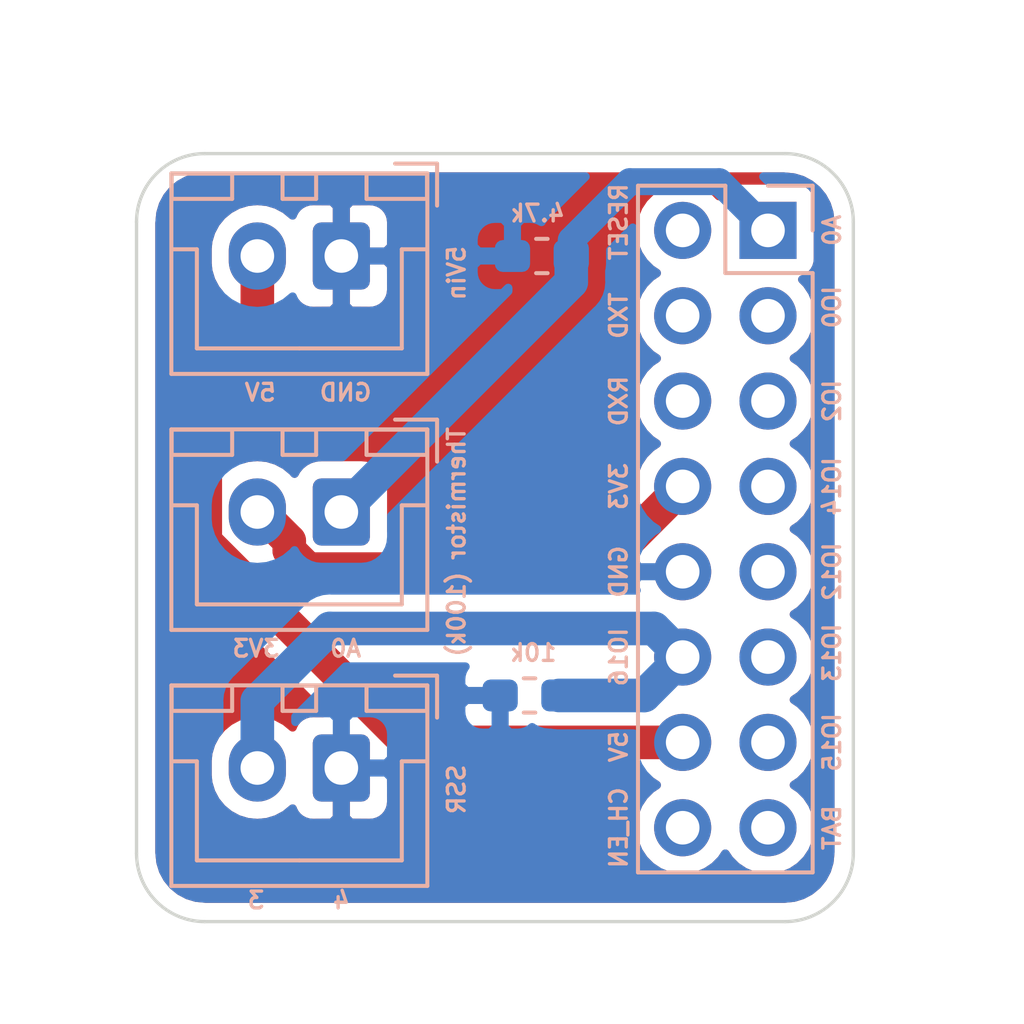
<source format=kicad_pcb>
(kicad_pcb (version 20171130) (host pcbnew "(5.1.9-0-10_14)")

  (general
    (thickness 1.6)
    (drawings 35)
    (tracks 23)
    (zones 0)
    (modules 6)
    (nets 17)
  )

  (page A4)
  (layers
    (0 F.Cu signal)
    (31 B.Cu signal)
    (32 B.Adhes user)
    (33 F.Adhes user)
    (34 B.Paste user)
    (35 F.Paste user)
    (36 B.SilkS user)
    (37 F.SilkS user)
    (38 B.Mask user)
    (39 F.Mask user)
    (40 Dwgs.User user)
    (41 Cmts.User user)
    (42 Eco1.User user)
    (43 Eco2.User user)
    (44 Edge.Cuts user)
    (45 Margin user)
    (46 B.CrtYd user)
    (47 F.CrtYd user)
    (48 B.Fab user)
    (49 F.Fab user)
  )

  (setup
    (last_trace_width 0.25)
    (user_trace_width 0.8)
    (user_trace_width 1)
    (trace_clearance 0.2)
    (zone_clearance 0.508)
    (zone_45_only no)
    (trace_min 0.2)
    (via_size 0.8)
    (via_drill 0.4)
    (via_min_size 0.4)
    (via_min_drill 0.3)
    (uvia_size 0.3)
    (uvia_drill 0.1)
    (uvias_allowed no)
    (uvia_min_size 0.2)
    (uvia_min_drill 0.1)
    (edge_width 0.05)
    (segment_width 0.2)
    (pcb_text_width 0.3)
    (pcb_text_size 1.5 1.5)
    (mod_edge_width 0.12)
    (mod_text_size 1 1)
    (mod_text_width 0.15)
    (pad_size 1.524 1.524)
    (pad_drill 0.762)
    (pad_to_mask_clearance 0)
    (aux_axis_origin 0 0)
    (visible_elements FFFFFF7F)
    (pcbplotparams
      (layerselection 0x010fc_ffffffff)
      (usegerberextensions false)
      (usegerberattributes true)
      (usegerberadvancedattributes true)
      (creategerberjobfile true)
      (excludeedgelayer true)
      (linewidth 0.100000)
      (plotframeref false)
      (viasonmask false)
      (mode 1)
      (useauxorigin false)
      (hpglpennumber 1)
      (hpglpenspeed 20)
      (hpglpendiameter 15.000000)
      (psnegative false)
      (psa4output false)
      (plotreference true)
      (plotvalue true)
      (plotinvisibletext false)
      (padsonsilk false)
      (subtractmaskfromsilk false)
      (outputformat 1)
      (mirror false)
      (drillshape 1)
      (scaleselection 1)
      (outputdirectory ""))
  )

  (net 0 "")
  (net 1 GND)
  (net 2 /IO16)
  (net 3 /A0)
  (net 4 +3V3)
  (net 5 +5V)
  (net 6 "Net-(J4-Pad15)")
  (net 7 "Net-(J4-Pad14)")
  (net 8 "Net-(J4-Pad9)")
  (net 9 "Net-(J4-Pad8)")
  (net 10 "Net-(J4-Pad3)")
  (net 11 "Net-(J4-Pad2)")
  (net 12 "Net-(J4-Pad16)")
  (net 13 "Net-(J4-Pad7)")
  (net 14 "Net-(J4-Pad6)")
  (net 15 "Net-(J4-Pad5)")
  (net 16 "Net-(J4-Pad4)")

  (net_class Default "This is the default net class."
    (clearance 0.2)
    (trace_width 0.25)
    (via_dia 0.8)
    (via_drill 0.4)
    (uvia_dia 0.3)
    (uvia_drill 0.1)
    (add_net +3V3)
    (add_net +5V)
    (add_net /A0)
    (add_net /IO16)
    (add_net GND)
    (add_net "Net-(J4-Pad14)")
    (add_net "Net-(J4-Pad15)")
    (add_net "Net-(J4-Pad16)")
    (add_net "Net-(J4-Pad2)")
    (add_net "Net-(J4-Pad3)")
    (add_net "Net-(J4-Pad4)")
    (add_net "Net-(J4-Pad5)")
    (add_net "Net-(J4-Pad6)")
    (add_net "Net-(J4-Pad7)")
    (add_net "Net-(J4-Pad8)")
    (add_net "Net-(J4-Pad9)")
  )

  (module Connector_PinHeader_2.54mm:PinHeader_2x08_P2.54mm_Vertical (layer B.Cu) (tedit 6044EF69) (tstamp 60455703)
    (at 119.38 65.278 180)
    (descr "Through hole straight pin header, 2x08, 2.54mm pitch, double rows")
    (tags "Through hole pin header THT 2x08 2.54mm double row")
    (path /604564EF)
    (fp_text reference J4 (at 1.27 2.33 180) (layer B.SilkS) hide
      (effects (font (size 1 1) (thickness 0.15)) (justify mirror))
    )
    (fp_text value "TTGO Weather Station" (at 1.27 -20.11 180) (layer B.Fab)
      (effects (font (size 1 1) (thickness 0.15)) (justify mirror))
    )
    (fp_line (start 4.35 1.8) (end -1.8 1.8) (layer B.CrtYd) (width 0.05))
    (fp_line (start 4.35 -19.55) (end 4.35 1.8) (layer B.CrtYd) (width 0.05))
    (fp_line (start -1.8 -19.55) (end 4.35 -19.55) (layer B.CrtYd) (width 0.05))
    (fp_line (start -1.8 1.8) (end -1.8 -19.55) (layer B.CrtYd) (width 0.05))
    (fp_line (start -1.33 1.33) (end 0 1.33) (layer B.SilkS) (width 0.12))
    (fp_line (start -1.33 0) (end -1.33 1.33) (layer B.SilkS) (width 0.12))
    (fp_line (start 1.27 1.33) (end 3.87 1.33) (layer B.SilkS) (width 0.12))
    (fp_line (start 1.27 -1.27) (end 1.27 1.33) (layer B.SilkS) (width 0.12))
    (fp_line (start -1.33 -1.27) (end 1.27 -1.27) (layer B.SilkS) (width 0.12))
    (fp_line (start 3.87 1.33) (end 3.87 -19.11) (layer B.SilkS) (width 0.12))
    (fp_line (start -1.33 -1.27) (end -1.33 -19.11) (layer B.SilkS) (width 0.12))
    (fp_line (start -1.33 -19.11) (end 3.87 -19.11) (layer B.SilkS) (width 0.12))
    (fp_line (start -1.27 0) (end 0 1.27) (layer B.Fab) (width 0.1))
    (fp_line (start -1.27 -19.05) (end -1.27 0) (layer B.Fab) (width 0.1))
    (fp_line (start 3.81 -19.05) (end -1.27 -19.05) (layer B.Fab) (width 0.1))
    (fp_line (start 3.81 1.27) (end 3.81 -19.05) (layer B.Fab) (width 0.1))
    (fp_line (start 0 1.27) (end 3.81 1.27) (layer B.Fab) (width 0.1))
    (fp_text user %R (at 1.27 -8.89 90) (layer B.Fab)
      (effects (font (size 1 1) (thickness 0.15)) (justify mirror))
    )
    (pad 9 thru_hole oval (at 2.54 -17.78 180) (size 1.7 1.7) (drill 1) (layers *.Cu *.Mask)
      (net 8 "Net-(J4-Pad9)"))
    (pad 8 thru_hole oval (at 0 -17.78 180) (size 1.7 1.7) (drill 1) (layers *.Cu *.Mask)
      (net 9 "Net-(J4-Pad8)"))
    (pad 10 thru_hole oval (at 2.54 -15.24 180) (size 1.7 1.7) (drill 1) (layers *.Cu *.Mask)
      (net 5 +5V))
    (pad 7 thru_hole oval (at 0 -15.24 180) (size 1.7 1.7) (drill 1) (layers *.Cu *.Mask)
      (net 13 "Net-(J4-Pad7)"))
    (pad 11 thru_hole oval (at 2.54 -12.7 180) (size 1.7 1.7) (drill 1) (layers *.Cu *.Mask)
      (net 2 /IO16))
    (pad 6 thru_hole oval (at 0 -12.7 180) (size 1.7 1.7) (drill 1) (layers *.Cu *.Mask)
      (net 14 "Net-(J4-Pad6)"))
    (pad 12 thru_hole oval (at 2.54 -10.16 180) (size 1.7 1.7) (drill 1) (layers *.Cu *.Mask)
      (net 1 GND))
    (pad 5 thru_hole oval (at 0 -10.16 180) (size 1.7 1.7) (drill 1) (layers *.Cu *.Mask)
      (net 15 "Net-(J4-Pad5)"))
    (pad 13 thru_hole oval (at 2.54 -7.62 180) (size 1.7 1.7) (drill 1) (layers *.Cu *.Mask)
      (net 4 +3V3))
    (pad 4 thru_hole oval (at 0 -7.62 180) (size 1.7 1.7) (drill 1) (layers *.Cu *.Mask)
      (net 16 "Net-(J4-Pad4)"))
    (pad 14 thru_hole oval (at 2.54 -5.08 180) (size 1.7 1.7) (drill 1) (layers *.Cu *.Mask)
      (net 7 "Net-(J4-Pad14)"))
    (pad 3 thru_hole oval (at 0 -5.08 180) (size 1.7 1.7) (drill 1) (layers *.Cu *.Mask)
      (net 10 "Net-(J4-Pad3)"))
    (pad 15 thru_hole oval (at 2.54 -2.54 180) (size 1.7 1.7) (drill 1) (layers *.Cu *.Mask)
      (net 6 "Net-(J4-Pad15)"))
    (pad 2 thru_hole oval (at 0 -2.54 180) (size 1.7 1.7) (drill 1) (layers *.Cu *.Mask)
      (net 11 "Net-(J4-Pad2)"))
    (pad 16 thru_hole oval (at 2.54 0 180) (size 1.7 1.7) (drill 1) (layers *.Cu *.Mask)
      (net 12 "Net-(J4-Pad16)"))
    (pad 1 thru_hole rect (at 0 0 180) (size 1.7 1.7) (drill 1) (layers *.Cu *.Mask)
      (net 3 /A0))
    (model ${KISYS3DMOD}/Connector_PinHeader_2.54mm.3dshapes/PinHeader_2x08_P2.54mm_Vertical.wrl
      (at (xyz 0 0 0))
      (scale (xyz 1 1 1))
      (rotate (xyz 0 0 0))
    )
  )

  (module Resistor_SMD:R_0603_1608Metric_Pad1.05x0.95mm_HandSolder (layer B.Cu) (tedit 5B301BBD) (tstamp 60455714)
    (at 112.649 66.04 180)
    (descr "Resistor SMD 0603 (1608 Metric), square (rectangular) end terminal, IPC_7351 nominal with elongated pad for handsoldering. (Body size source: http://www.tortai-tech.com/upload/download/2011102023233369053.pdf), generated with kicad-footprint-generator")
    (tags "resistor handsolder")
    (path /6044F9BE)
    (attr smd)
    (fp_text reference R1 (at -2.54 0.127 180) (layer B.SilkS) hide
      (effects (font (size 1 1) (thickness 0.15)) (justify mirror))
    )
    (fp_text value 4.7k (at 0 -1.43 180) (layer B.Fab)
      (effects (font (size 1 1) (thickness 0.15)) (justify mirror))
    )
    (fp_line (start 1.65 -0.73) (end -1.65 -0.73) (layer B.CrtYd) (width 0.05))
    (fp_line (start 1.65 0.73) (end 1.65 -0.73) (layer B.CrtYd) (width 0.05))
    (fp_line (start -1.65 0.73) (end 1.65 0.73) (layer B.CrtYd) (width 0.05))
    (fp_line (start -1.65 -0.73) (end -1.65 0.73) (layer B.CrtYd) (width 0.05))
    (fp_line (start -0.171267 -0.51) (end 0.171267 -0.51) (layer B.SilkS) (width 0.12))
    (fp_line (start -0.171267 0.51) (end 0.171267 0.51) (layer B.SilkS) (width 0.12))
    (fp_line (start 0.8 -0.4) (end -0.8 -0.4) (layer B.Fab) (width 0.1))
    (fp_line (start 0.8 0.4) (end 0.8 -0.4) (layer B.Fab) (width 0.1))
    (fp_line (start -0.8 0.4) (end 0.8 0.4) (layer B.Fab) (width 0.1))
    (fp_line (start -0.8 -0.4) (end -0.8 0.4) (layer B.Fab) (width 0.1))
    (fp_text user %R (at 0 0 -90) (layer B.Fab)
      (effects (font (size 0.4 0.4) (thickness 0.06)) (justify mirror))
    )
    (pad 2 smd roundrect (at 0.875 0 180) (size 1.05 0.95) (layers B.Cu B.Paste B.Mask) (roundrect_rratio 0.25)
      (net 1 GND))
    (pad 1 smd roundrect (at -0.875 0 180) (size 1.05 0.95) (layers B.Cu B.Paste B.Mask) (roundrect_rratio 0.25)
      (net 3 /A0))
    (model ${KISYS3DMOD}/Resistor_SMD.3dshapes/R_0603_1608Metric.wrl
      (at (xyz 0 0 0))
      (scale (xyz 1 1 1))
      (rotate (xyz 0 0 0))
    )
  )

  (module Connector_JST:JST_XH_B2B-XH-A_1x02_P2.50mm_Vertical (layer B.Cu) (tedit 5C28146C) (tstamp 604556DD)
    (at 106.68 66.04 180)
    (descr "JST XH series connector, B2B-XH-A (http://www.jst-mfg.com/product/pdf/eng/eXH.pdf), generated with kicad-footprint-generator")
    (tags "connector JST XH vertical")
    (path /60458873)
    (fp_text reference J3 (at 1.25 3.55) (layer B.SilkS) hide
      (effects (font (size 1 1) (thickness 0.15)) (justify mirror))
    )
    (fp_text value 5Vin (at 1.25 -4.6) (layer B.Fab)
      (effects (font (size 1 1) (thickness 0.15)) (justify mirror))
    )
    (fp_line (start -2.85 2.75) (end -2.85 1.5) (layer B.SilkS) (width 0.12))
    (fp_line (start -1.6 2.75) (end -2.85 2.75) (layer B.SilkS) (width 0.12))
    (fp_line (start 4.3 -2.75) (end 1.25 -2.75) (layer B.SilkS) (width 0.12))
    (fp_line (start 4.3 0.2) (end 4.3 -2.75) (layer B.SilkS) (width 0.12))
    (fp_line (start 5.05 0.2) (end 4.3 0.2) (layer B.SilkS) (width 0.12))
    (fp_line (start -1.8 -2.75) (end 1.25 -2.75) (layer B.SilkS) (width 0.12))
    (fp_line (start -1.8 0.2) (end -1.8 -2.75) (layer B.SilkS) (width 0.12))
    (fp_line (start -2.55 0.2) (end -1.8 0.2) (layer B.SilkS) (width 0.12))
    (fp_line (start 5.05 2.45) (end 3.25 2.45) (layer B.SilkS) (width 0.12))
    (fp_line (start 5.05 1.7) (end 5.05 2.45) (layer B.SilkS) (width 0.12))
    (fp_line (start 3.25 1.7) (end 5.05 1.7) (layer B.SilkS) (width 0.12))
    (fp_line (start 3.25 2.45) (end 3.25 1.7) (layer B.SilkS) (width 0.12))
    (fp_line (start -0.75 2.45) (end -2.55 2.45) (layer B.SilkS) (width 0.12))
    (fp_line (start -0.75 1.7) (end -0.75 2.45) (layer B.SilkS) (width 0.12))
    (fp_line (start -2.55 1.7) (end -0.75 1.7) (layer B.SilkS) (width 0.12))
    (fp_line (start -2.55 2.45) (end -2.55 1.7) (layer B.SilkS) (width 0.12))
    (fp_line (start 1.75 2.45) (end 0.75 2.45) (layer B.SilkS) (width 0.12))
    (fp_line (start 1.75 1.7) (end 1.75 2.45) (layer B.SilkS) (width 0.12))
    (fp_line (start 0.75 1.7) (end 1.75 1.7) (layer B.SilkS) (width 0.12))
    (fp_line (start 0.75 2.45) (end 0.75 1.7) (layer B.SilkS) (width 0.12))
    (fp_line (start 0 1.35) (end 0.625 2.35) (layer B.Fab) (width 0.1))
    (fp_line (start -0.625 2.35) (end 0 1.35) (layer B.Fab) (width 0.1))
    (fp_line (start 5.45 2.85) (end -2.95 2.85) (layer B.CrtYd) (width 0.05))
    (fp_line (start 5.45 -3.9) (end 5.45 2.85) (layer B.CrtYd) (width 0.05))
    (fp_line (start -2.95 -3.9) (end 5.45 -3.9) (layer B.CrtYd) (width 0.05))
    (fp_line (start -2.95 2.85) (end -2.95 -3.9) (layer B.CrtYd) (width 0.05))
    (fp_line (start 5.06 2.46) (end -2.56 2.46) (layer B.SilkS) (width 0.12))
    (fp_line (start 5.06 -3.51) (end 5.06 2.46) (layer B.SilkS) (width 0.12))
    (fp_line (start -2.56 -3.51) (end 5.06 -3.51) (layer B.SilkS) (width 0.12))
    (fp_line (start -2.56 2.46) (end -2.56 -3.51) (layer B.SilkS) (width 0.12))
    (fp_line (start 4.95 2.35) (end -2.45 2.35) (layer B.Fab) (width 0.1))
    (fp_line (start 4.95 -3.4) (end 4.95 2.35) (layer B.Fab) (width 0.1))
    (fp_line (start -2.45 -3.4) (end 4.95 -3.4) (layer B.Fab) (width 0.1))
    (fp_line (start -2.45 2.35) (end -2.45 -3.4) (layer B.Fab) (width 0.1))
    (fp_text user %R (at 1.25 -2.7) (layer B.Fab)
      (effects (font (size 1 1) (thickness 0.15)) (justify mirror))
    )
    (pad 2 thru_hole oval (at 2.5 0 180) (size 1.7 2) (drill 1) (layers *.Cu *.Mask)
      (net 5 +5V))
    (pad 1 thru_hole roundrect (at 0 0 180) (size 1.7 2) (drill 1) (layers *.Cu *.Mask) (roundrect_rratio 0.147059)
      (net 1 GND))
    (model ${KISYS3DMOD}/Connector_JST.3dshapes/JST_XH_B2B-XH-A_1x02_P2.50mm_Vertical.wrl
      (at (xyz 0 0 0))
      (scale (xyz 1 1 1))
      (rotate (xyz 0 0 0))
    )
  )

  (module Connector_JST:JST_XH_B2B-XH-A_1x02_P2.50mm_Vertical (layer B.Cu) (tedit 5C28146C) (tstamp 604556B4)
    (at 106.68 81.28 180)
    (descr "JST XH series connector, B2B-XH-A (http://www.jst-mfg.com/product/pdf/eng/eXH.pdf), generated with kicad-footprint-generator")
    (tags "connector JST XH vertical")
    (path /60452889)
    (fp_text reference J2 (at 1.25 3.55) (layer B.SilkS) hide
      (effects (font (size 1 1) (thickness 0.15)) (justify mirror))
    )
    (fp_text value SSR (at 1.25 -4.6) (layer B.Fab)
      (effects (font (size 1 1) (thickness 0.15)) (justify mirror))
    )
    (fp_line (start -2.85 2.75) (end -2.85 1.5) (layer B.SilkS) (width 0.12))
    (fp_line (start -1.6 2.75) (end -2.85 2.75) (layer B.SilkS) (width 0.12))
    (fp_line (start 4.3 -2.75) (end 1.25 -2.75) (layer B.SilkS) (width 0.12))
    (fp_line (start 4.3 0.2) (end 4.3 -2.75) (layer B.SilkS) (width 0.12))
    (fp_line (start 5.05 0.2) (end 4.3 0.2) (layer B.SilkS) (width 0.12))
    (fp_line (start -1.8 -2.75) (end 1.25 -2.75) (layer B.SilkS) (width 0.12))
    (fp_line (start -1.8 0.2) (end -1.8 -2.75) (layer B.SilkS) (width 0.12))
    (fp_line (start -2.55 0.2) (end -1.8 0.2) (layer B.SilkS) (width 0.12))
    (fp_line (start 5.05 2.45) (end 3.25 2.45) (layer B.SilkS) (width 0.12))
    (fp_line (start 5.05 1.7) (end 5.05 2.45) (layer B.SilkS) (width 0.12))
    (fp_line (start 3.25 1.7) (end 5.05 1.7) (layer B.SilkS) (width 0.12))
    (fp_line (start 3.25 2.45) (end 3.25 1.7) (layer B.SilkS) (width 0.12))
    (fp_line (start -0.75 2.45) (end -2.55 2.45) (layer B.SilkS) (width 0.12))
    (fp_line (start -0.75 1.7) (end -0.75 2.45) (layer B.SilkS) (width 0.12))
    (fp_line (start -2.55 1.7) (end -0.75 1.7) (layer B.SilkS) (width 0.12))
    (fp_line (start -2.55 2.45) (end -2.55 1.7) (layer B.SilkS) (width 0.12))
    (fp_line (start 1.75 2.45) (end 0.75 2.45) (layer B.SilkS) (width 0.12))
    (fp_line (start 1.75 1.7) (end 1.75 2.45) (layer B.SilkS) (width 0.12))
    (fp_line (start 0.75 1.7) (end 1.75 1.7) (layer B.SilkS) (width 0.12))
    (fp_line (start 0.75 2.45) (end 0.75 1.7) (layer B.SilkS) (width 0.12))
    (fp_line (start 0 1.35) (end 0.625 2.35) (layer B.Fab) (width 0.1))
    (fp_line (start -0.625 2.35) (end 0 1.35) (layer B.Fab) (width 0.1))
    (fp_line (start 5.45 2.85) (end -2.95 2.85) (layer B.CrtYd) (width 0.05))
    (fp_line (start 5.45 -3.9) (end 5.45 2.85) (layer B.CrtYd) (width 0.05))
    (fp_line (start -2.95 -3.9) (end 5.45 -3.9) (layer B.CrtYd) (width 0.05))
    (fp_line (start -2.95 2.85) (end -2.95 -3.9) (layer B.CrtYd) (width 0.05))
    (fp_line (start 5.06 2.46) (end -2.56 2.46) (layer B.SilkS) (width 0.12))
    (fp_line (start 5.06 -3.51) (end 5.06 2.46) (layer B.SilkS) (width 0.12))
    (fp_line (start -2.56 -3.51) (end 5.06 -3.51) (layer B.SilkS) (width 0.12))
    (fp_line (start -2.56 2.46) (end -2.56 -3.51) (layer B.SilkS) (width 0.12))
    (fp_line (start 4.95 2.35) (end -2.45 2.35) (layer B.Fab) (width 0.1))
    (fp_line (start 4.95 -3.4) (end 4.95 2.35) (layer B.Fab) (width 0.1))
    (fp_line (start -2.45 -3.4) (end 4.95 -3.4) (layer B.Fab) (width 0.1))
    (fp_line (start -2.45 2.35) (end -2.45 -3.4) (layer B.Fab) (width 0.1))
    (fp_text user %R (at 1.25 -2.7) (layer B.Fab)
      (effects (font (size 1 1) (thickness 0.15)) (justify mirror))
    )
    (pad 2 thru_hole oval (at 2.5 0 180) (size 1.7 2) (drill 1) (layers *.Cu *.Mask)
      (net 2 /IO16))
    (pad 1 thru_hole roundrect (at 0 0 180) (size 1.7 2) (drill 1) (layers *.Cu *.Mask) (roundrect_rratio 0.147059)
      (net 1 GND))
    (model ${KISYS3DMOD}/Connector_JST.3dshapes/JST_XH_B2B-XH-A_1x02_P2.50mm_Vertical.wrl
      (at (xyz 0 0 0))
      (scale (xyz 1 1 1))
      (rotate (xyz 0 0 0))
    )
  )

  (module Connector_JST:JST_XH_B2B-XH-A_1x02_P2.50mm_Vertical (layer B.Cu) (tedit 5C28146C) (tstamp 6045568B)
    (at 106.68 73.66 180)
    (descr "JST XH series connector, B2B-XH-A (http://www.jst-mfg.com/product/pdf/eng/eXH.pdf), generated with kicad-footprint-generator")
    (tags "connector JST XH vertical")
    (path /6045B37C)
    (fp_text reference J1 (at 1.25 3.55) (layer B.SilkS) hide
      (effects (font (size 1 1) (thickness 0.15)) (justify mirror))
    )
    (fp_text value Therm. (at 1.25 -4.6) (layer B.Fab)
      (effects (font (size 1 1) (thickness 0.15)) (justify mirror))
    )
    (fp_line (start -2.85 2.75) (end -2.85 1.5) (layer B.SilkS) (width 0.12))
    (fp_line (start -1.6 2.75) (end -2.85 2.75) (layer B.SilkS) (width 0.12))
    (fp_line (start 4.3 -2.75) (end 1.25 -2.75) (layer B.SilkS) (width 0.12))
    (fp_line (start 4.3 0.2) (end 4.3 -2.75) (layer B.SilkS) (width 0.12))
    (fp_line (start 5.05 0.2) (end 4.3 0.2) (layer B.SilkS) (width 0.12))
    (fp_line (start -1.8 -2.75) (end 1.25 -2.75) (layer B.SilkS) (width 0.12))
    (fp_line (start -1.8 0.2) (end -1.8 -2.75) (layer B.SilkS) (width 0.12))
    (fp_line (start -2.55 0.2) (end -1.8 0.2) (layer B.SilkS) (width 0.12))
    (fp_line (start 5.05 2.45) (end 3.25 2.45) (layer B.SilkS) (width 0.12))
    (fp_line (start 5.05 1.7) (end 5.05 2.45) (layer B.SilkS) (width 0.12))
    (fp_line (start 3.25 1.7) (end 5.05 1.7) (layer B.SilkS) (width 0.12))
    (fp_line (start 3.25 2.45) (end 3.25 1.7) (layer B.SilkS) (width 0.12))
    (fp_line (start -0.75 2.45) (end -2.55 2.45) (layer B.SilkS) (width 0.12))
    (fp_line (start -0.75 1.7) (end -0.75 2.45) (layer B.SilkS) (width 0.12))
    (fp_line (start -2.55 1.7) (end -0.75 1.7) (layer B.SilkS) (width 0.12))
    (fp_line (start -2.55 2.45) (end -2.55 1.7) (layer B.SilkS) (width 0.12))
    (fp_line (start 1.75 2.45) (end 0.75 2.45) (layer B.SilkS) (width 0.12))
    (fp_line (start 1.75 1.7) (end 1.75 2.45) (layer B.SilkS) (width 0.12))
    (fp_line (start 0.75 1.7) (end 1.75 1.7) (layer B.SilkS) (width 0.12))
    (fp_line (start 0.75 2.45) (end 0.75 1.7) (layer B.SilkS) (width 0.12))
    (fp_line (start 0 1.35) (end 0.625 2.35) (layer B.Fab) (width 0.1))
    (fp_line (start -0.625 2.35) (end 0 1.35) (layer B.Fab) (width 0.1))
    (fp_line (start 5.45 2.85) (end -2.95 2.85) (layer B.CrtYd) (width 0.05))
    (fp_line (start 5.45 -3.9) (end 5.45 2.85) (layer B.CrtYd) (width 0.05))
    (fp_line (start -2.95 -3.9) (end 5.45 -3.9) (layer B.CrtYd) (width 0.05))
    (fp_line (start -2.95 2.85) (end -2.95 -3.9) (layer B.CrtYd) (width 0.05))
    (fp_line (start 5.06 2.46) (end -2.56 2.46) (layer B.SilkS) (width 0.12))
    (fp_line (start 5.06 -3.51) (end 5.06 2.46) (layer B.SilkS) (width 0.12))
    (fp_line (start -2.56 -3.51) (end 5.06 -3.51) (layer B.SilkS) (width 0.12))
    (fp_line (start -2.56 2.46) (end -2.56 -3.51) (layer B.SilkS) (width 0.12))
    (fp_line (start 4.95 2.35) (end -2.45 2.35) (layer B.Fab) (width 0.1))
    (fp_line (start 4.95 -3.4) (end 4.95 2.35) (layer B.Fab) (width 0.1))
    (fp_line (start -2.45 -3.4) (end 4.95 -3.4) (layer B.Fab) (width 0.1))
    (fp_line (start -2.45 2.35) (end -2.45 -3.4) (layer B.Fab) (width 0.1))
    (fp_text user %R (at 1.25 -2.7) (layer B.Fab)
      (effects (font (size 1 1) (thickness 0.15)) (justify mirror))
    )
    (pad 2 thru_hole oval (at 2.5 0 180) (size 1.7 2) (drill 1) (layers *.Cu *.Mask)
      (net 4 +3V3))
    (pad 1 thru_hole roundrect (at 0 0 180) (size 1.7 2) (drill 1) (layers *.Cu *.Mask) (roundrect_rratio 0.147059)
      (net 3 /A0))
    (model ${KISYS3DMOD}/Connector_JST.3dshapes/JST_XH_B2B-XH-A_1x02_P2.50mm_Vertical.wrl
      (at (xyz 0 0 0))
      (scale (xyz 1 1 1))
      (rotate (xyz 0 0 0))
    )
  )

  (module Resistor_SMD:R_0603_1608Metric_Pad1.05x0.95mm_HandSolder (layer B.Cu) (tedit 5B301BBD) (tstamp 60455662)
    (at 112.282 79.121 180)
    (descr "Resistor SMD 0603 (1608 Metric), square (rectangular) end terminal, IPC_7351 nominal with elongated pad for handsoldering. (Body size source: http://www.tortai-tech.com/upload/download/2011102023233369053.pdf), generated with kicad-footprint-generator")
    (tags "resistor handsolder")
    (path /6045444F)
    (attr smd)
    (fp_text reference R2 (at -2.54 0 180) (layer B.SilkS) hide
      (effects (font (size 1 1) (thickness 0.15)) (justify mirror))
    )
    (fp_text value 10k (at 0 -1.43 180) (layer B.Fab)
      (effects (font (size 1 1) (thickness 0.15)) (justify mirror))
    )
    (fp_line (start 1.65 -0.73) (end -1.65 -0.73) (layer B.CrtYd) (width 0.05))
    (fp_line (start 1.65 0.73) (end 1.65 -0.73) (layer B.CrtYd) (width 0.05))
    (fp_line (start -1.65 0.73) (end 1.65 0.73) (layer B.CrtYd) (width 0.05))
    (fp_line (start -1.65 -0.73) (end -1.65 0.73) (layer B.CrtYd) (width 0.05))
    (fp_line (start -0.171267 -0.51) (end 0.171267 -0.51) (layer B.SilkS) (width 0.12))
    (fp_line (start -0.171267 0.51) (end 0.171267 0.51) (layer B.SilkS) (width 0.12))
    (fp_line (start 0.8 -0.4) (end -0.8 -0.4) (layer B.Fab) (width 0.1))
    (fp_line (start 0.8 0.4) (end 0.8 -0.4) (layer B.Fab) (width 0.1))
    (fp_line (start -0.8 0.4) (end 0.8 0.4) (layer B.Fab) (width 0.1))
    (fp_line (start -0.8 -0.4) (end -0.8 0.4) (layer B.Fab) (width 0.1))
    (fp_text user %R (at 0 0 180) (layer B.Fab)
      (effects (font (size 0.4 0.4) (thickness 0.06)) (justify mirror))
    )
    (pad 2 smd roundrect (at 0.875 0 180) (size 1.05 0.95) (layers B.Cu B.Paste B.Mask) (roundrect_rratio 0.25)
      (net 1 GND))
    (pad 1 smd roundrect (at -0.875 0 180) (size 1.05 0.95) (layers B.Cu B.Paste B.Mask) (roundrect_rratio 0.25)
      (net 2 /IO16))
    (model ${KISYS3DMOD}/Resistor_SMD.3dshapes/R_0603_1608Metric.wrl
      (at (xyz 0 0 0))
      (scale (xyz 1 1 1))
      (rotate (xyz 0 0 0))
    )
  )

  (gr_text 3V3 (at 104.14 77.724) (layer B.SilkS) (tstamp 6044F73F)
    (effects (font (size 0.5 0.5) (thickness 0.1)) (justify mirror))
  )
  (gr_text A0 (at 106.807 77.724) (layer B.SilkS) (tstamp 6044F739)
    (effects (font (size 0.5 0.5) (thickness 0.1)) (justify mirror))
  )
  (gr_text SSR (at 110.109 81.915 90) (layer B.SilkS) (tstamp 6044F6CD)
    (effects (font (size 0.5 0.5) (thickness 0.1)) (justify mirror))
  )
  (gr_text "Thermistor (100k)" (at 110.109 74.549 90) (layer B.SilkS) (tstamp 6044F6BC)
    (effects (font (size 0.5 0.5) (thickness 0.1)) (justify mirror))
  )
  (gr_text 5Vin (at 110.109 66.548 90) (layer B.SilkS) (tstamp 6044F6B5)
    (effects (font (size 0.5 0.5) (thickness 0.1)) (justify mirror))
  )
  (gr_text 10k (at 112.395 77.851) (layer B.SilkS) (tstamp 604585EE)
    (effects (font (size 0.5 0.5) (thickness 0.1)) (justify mirror))
  )
  (gr_text 4.7k (at 112.522 64.77) (layer B.SilkS) (tstamp 604585D8)
    (effects (font (size 0.5 0.5) (thickness 0.1)) (justify mirror))
  )
  (gr_text 5V (at 104.267 70.104) (layer B.SilkS) (tstamp 60457D69)
    (effects (font (size 0.5 0.5) (thickness 0.1)) (justify mirror))
  )
  (gr_text 3 (at 104.14 85.217) (layer B.SilkS) (tstamp 60457D0B)
    (effects (font (size 0.5 0.5) (thickness 0.1)) (justify mirror))
  )
  (gr_text 4 (at 106.68 85.217) (layer B.SilkS) (tstamp 60457D09)
    (effects (font (size 0.5 0.5) (thickness 0.1)) (justify mirror))
  )
  (gr_text GND (at 106.807 70.104) (layer B.SilkS) (tstamp 60457D05)
    (effects (font (size 0.5 0.5) (thickness 0.1)) (justify mirror))
  )
  (gr_text BAT (at 121.285 83.058 90) (layer B.SilkS) (tstamp 60457C97)
    (effects (font (size 0.5 0.5) (thickness 0.1)) (justify mirror))
  )
  (gr_text IO15 (at 121.285 80.518 90) (layer B.SilkS) (tstamp 60457C80)
    (effects (font (size 0.5 0.5) (thickness 0.1)) (justify mirror))
  )
  (gr_text IO13 (at 121.285 77.851 90) (layer B.SilkS) (tstamp 60457C7D)
    (effects (font (size 0.5 0.5) (thickness 0.1)) (justify mirror))
  )
  (gr_text IO12 (at 121.285 75.438 90) (layer B.SilkS) (tstamp 60457C7A)
    (effects (font (size 0.5 0.5) (thickness 0.1)) (justify mirror))
  )
  (gr_text IO14 (at 121.285 72.898 90) (layer B.SilkS) (tstamp 60457C75)
    (effects (font (size 0.5 0.5) (thickness 0.1)) (justify mirror))
  )
  (gr_text IO2 (at 121.285 70.358 90) (layer B.SilkS) (tstamp 60457C71)
    (effects (font (size 0.5 0.5) (thickness 0.1)) (justify mirror))
  )
  (gr_text IO0 (at 121.285 67.564 90) (layer B.SilkS) (tstamp 60457C6E)
    (effects (font (size 0.5 0.5) (thickness 0.1)) (justify mirror))
  )
  (gr_text CH_EN (at 114.935 83.058 90) (layer B.SilkS) (tstamp 60457C08)
    (effects (font (size 0.5 0.5) (thickness 0.1)) (justify mirror))
  )
  (gr_text RXD (at 114.935 70.358 90) (layer B.SilkS) (tstamp 60457C04)
    (effects (font (size 0.5 0.5) (thickness 0.1)) (justify mirror))
  )
  (gr_text TXD (at 114.935 67.818 90) (layer B.SilkS) (tstamp 60457C01)
    (effects (font (size 0.5 0.5) (thickness 0.1)) (justify mirror))
  )
  (gr_text RESET (at 114.935 65.024 90) (layer B.SilkS) (tstamp 60457BFE)
    (effects (font (size 0.5 0.5) (thickness 0.1)) (justify mirror))
  )
  (gr_text 5V (at 114.935 80.645 90) (layer B.SilkS) (tstamp 60457BF5)
    (effects (font (size 0.5 0.5) (thickness 0.1)) (justify mirror))
  )
  (gr_text 3V3 (at 114.935 72.898 90) (layer B.SilkS) (tstamp 60457BF1)
    (effects (font (size 0.5 0.5) (thickness 0.1)) (justify mirror))
  )
  (gr_text GND (at 114.935 75.438 90) (layer B.SilkS) (tstamp 60457BEE)
    (effects (font (size 0.5 0.5) (thickness 0.1)) (justify mirror))
  )
  (gr_text IO16 (at 114.935 77.978 90) (layer B.SilkS) (tstamp 60457BEA)
    (effects (font (size 0.5 0.5) (thickness 0.1)) (justify mirror))
  )
  (gr_text A0 (at 121.285 65.278 90) (layer B.SilkS)
    (effects (font (size 0.5 0.5) (thickness 0.1)) (justify mirror))
  )
  (gr_line (start 100.584 65.024) (end 100.584 83.82) (layer Edge.Cuts) (width 0.1) (tstamp 60456CBD))
  (gr_line (start 119.888 85.852) (end 102.616 85.852) (layer Edge.Cuts) (width 0.1) (tstamp 60456CBB))
  (gr_arc (start 102.616 83.82) (end 100.584 83.82) (angle -90) (layer Edge.Cuts) (width 0.1))
  (gr_line (start 119.888 62.992) (end 102.616 62.992) (layer Edge.Cuts) (width 0.1))
  (gr_line (start 121.92 83.82) (end 121.92 65.024) (layer Edge.Cuts) (width 0.1) (tstamp 60456C95))
  (gr_arc (start 119.888 83.82) (end 119.888 85.852) (angle -90) (layer Edge.Cuts) (width 0.1))
  (gr_arc (start 102.616 65.024) (end 102.616 62.992) (angle -90) (layer Edge.Cuts) (width 0.1))
  (gr_arc (start 119.888 65.024) (end 121.92 65.024) (angle -90) (layer Edge.Cuts) (width 0.1))

  (segment (start 115.697 79.121) (end 116.84 77.978) (width 1) (layer B.Cu) (net 2))
  (segment (start 113.157 79.121) (end 115.697 79.121) (width 1) (layer B.Cu) (net 2))
  (segment (start 104.18 79.28) (end 104.18 81.28) (width 1) (layer B.Cu) (net 2))
  (segment (start 115.990001 77.128001) (end 106.331999 77.128001) (width 1) (layer B.Cu) (net 2))
  (segment (start 106.331999 77.128001) (end 104.18 79.28) (width 1) (layer B.Cu) (net 2))
  (segment (start 116.84 77.978) (end 115.990001 77.128001) (width 1) (layer B.Cu) (net 2))
  (segment (start 113.524 66.816) (end 113.524 66.04) (width 1) (layer B.Cu) (net 3))
  (segment (start 106.68 73.66) (end 113.524 66.816) (width 1) (layer B.Cu) (net 3))
  (segment (start 117.929999 63.827999) (end 119.38 65.278) (width 0.8) (layer B.Cu) (net 3))
  (segment (start 115.261001 63.827999) (end 117.929999 63.827999) (width 0.8) (layer B.Cu) (net 3))
  (segment (start 113.524 65.565) (end 115.261001 63.827999) (width 0.8) (layer B.Cu) (net 3))
  (segment (start 113.524 66.04) (end 113.524 65.565) (width 0.8) (layer B.Cu) (net 3))
  (segment (start 104.267 73.66) (end 105.12999 74.52299) (width 1) (layer F.Cu) (net 4))
  (segment (start 104.18 73.66) (end 104.267 73.66) (width 1) (layer F.Cu) (net 4))
  (segment (start 105.12999 74.80351) (end 105.68649 75.36001) (width 1) (layer F.Cu) (net 4))
  (segment (start 114.37799 75.36001) (end 116.84 72.898) (width 1) (layer F.Cu) (net 4))
  (segment (start 105.68649 75.36001) (end 114.37799 75.36001) (width 1) (layer F.Cu) (net 4))
  (segment (start 105.12999 74.52299) (end 105.12999 74.80351) (width 1) (layer F.Cu) (net 4))
  (segment (start 108.61152 80.518) (end 116.84 80.518) (width 1) (layer F.Cu) (net 5))
  (segment (start 102.62999 74.53647) (end 108.61152 80.518) (width 1) (layer F.Cu) (net 5))
  (segment (start 102.62999 69.59001) (end 102.62999 74.53647) (width 1) (layer F.Cu) (net 5))
  (segment (start 104.18 68.04) (end 102.62999 69.59001) (width 1) (layer F.Cu) (net 5))
  (segment (start 104.18 66.04) (end 104.18 68.04) (width 1) (layer F.Cu) (net 5))

  (zone (net 1) (net_name GND) (layer F.Cu) (tstamp 6045813A) (hatch edge 0.508)
    (connect_pads (clearance 0.508))
    (min_thickness 0.254)
    (fill yes (arc_segments 32) (thermal_gap 0.508) (thermal_bridge_width 0.508))
    (polygon
      (pts
        (xy 124.46 88.9) (xy 99.06 88.9) (xy 99.06 60.96) (xy 124.46 60.96)
      )
    )
    (filled_polygon
      (pts
        (xy 120.148997 63.705876) (xy 120.40005 63.781673) (xy 120.631602 63.904792) (xy 120.834827 64.070538) (xy 121.00199 64.272604)
        (xy 121.126721 64.50329) (xy 121.20427 64.753808) (xy 121.235001 65.046202) (xy 121.235 83.786496) (xy 121.206124 84.080997)
        (xy 121.130327 84.33205) (xy 121.007209 84.563601) (xy 120.84146 84.766829) (xy 120.639396 84.93399) (xy 120.408711 85.058721)
        (xy 120.158193 85.136269) (xy 119.865808 85.167) (xy 102.649504 85.167) (xy 102.355003 85.138124) (xy 102.10395 85.062327)
        (xy 101.872399 84.939209) (xy 101.669171 84.77346) (xy 101.50201 84.571396) (xy 101.377279 84.340711) (xy 101.299731 84.090193)
        (xy 101.269 83.797808) (xy 101.269 69.59001) (xy 101.489499 69.59001) (xy 101.49499 69.645762) (xy 101.494991 74.480709)
        (xy 101.489499 74.53647) (xy 101.511413 74.758968) (xy 101.576314 74.972916) (xy 101.604693 75.026009) (xy 101.681707 75.170093)
        (xy 101.823542 75.342919) (xy 101.86685 75.378461) (xy 106.13196 79.643572) (xy 105.83 79.641928) (xy 105.705518 79.654188)
        (xy 105.58582 79.690498) (xy 105.475506 79.749463) (xy 105.378815 79.828815) (xy 105.299463 79.925506) (xy 105.240498 80.03582)
        (xy 105.229945 80.070608) (xy 105.009014 79.889294) (xy 104.751034 79.751401) (xy 104.471111 79.666487) (xy 104.18 79.637815)
        (xy 103.88889 79.666487) (xy 103.608967 79.751401) (xy 103.350987 79.889294) (xy 103.124866 80.074866) (xy 102.939294 80.300986)
        (xy 102.801401 80.558966) (xy 102.716487 80.838889) (xy 102.695 81.05705) (xy 102.695 81.502949) (xy 102.716487 81.72111)
        (xy 102.801401 82.001033) (xy 102.939294 82.259013) (xy 103.124866 82.485134) (xy 103.350986 82.670706) (xy 103.608966 82.808599)
        (xy 103.888889 82.893513) (xy 104.18 82.922185) (xy 104.47111 82.893513) (xy 104.751033 82.808599) (xy 105.009013 82.670706)
        (xy 105.229945 82.489392) (xy 105.240498 82.52418) (xy 105.299463 82.634494) (xy 105.378815 82.731185) (xy 105.475506 82.810537)
        (xy 105.58582 82.869502) (xy 105.705518 82.905812) (xy 105.83 82.918072) (xy 106.39425 82.915) (xy 106.553 82.75625)
        (xy 106.553 81.407) (xy 106.533 81.407) (xy 106.533 81.153) (xy 106.553 81.153) (xy 106.553 81.133)
        (xy 106.807 81.133) (xy 106.807 81.153) (xy 106.827 81.153) (xy 106.827 81.407) (xy 106.807 81.407)
        (xy 106.807 82.75625) (xy 106.96575 82.915) (xy 107.53 82.918072) (xy 107.654482 82.905812) (xy 107.77418 82.869502)
        (xy 107.884494 82.810537) (xy 107.981185 82.731185) (xy 108.060537 82.634494) (xy 108.119502 82.52418) (xy 108.155812 82.404482)
        (xy 108.168072 82.28) (xy 108.165002 81.566293) (xy 108.175073 81.571676) (xy 108.389021 81.636577) (xy 108.61152 81.658491)
        (xy 108.667272 81.653) (xy 115.874893 81.653) (xy 115.893368 81.671475) (xy 116.06776 81.788) (xy 115.893368 81.904525)
        (xy 115.686525 82.111368) (xy 115.52401 82.354589) (xy 115.412068 82.624842) (xy 115.355 82.91174) (xy 115.355 83.20426)
        (xy 115.412068 83.491158) (xy 115.52401 83.761411) (xy 115.686525 84.004632) (xy 115.893368 84.211475) (xy 116.136589 84.37399)
        (xy 116.406842 84.485932) (xy 116.69374 84.543) (xy 116.98626 84.543) (xy 117.273158 84.485932) (xy 117.543411 84.37399)
        (xy 117.786632 84.211475) (xy 117.993475 84.004632) (xy 118.11 83.83024) (xy 118.226525 84.004632) (xy 118.433368 84.211475)
        (xy 118.676589 84.37399) (xy 118.946842 84.485932) (xy 119.23374 84.543) (xy 119.52626 84.543) (xy 119.813158 84.485932)
        (xy 120.083411 84.37399) (xy 120.326632 84.211475) (xy 120.533475 84.004632) (xy 120.69599 83.761411) (xy 120.807932 83.491158)
        (xy 120.865 83.20426) (xy 120.865 82.91174) (xy 120.807932 82.624842) (xy 120.69599 82.354589) (xy 120.533475 82.111368)
        (xy 120.326632 81.904525) (xy 120.15224 81.788) (xy 120.326632 81.671475) (xy 120.533475 81.464632) (xy 120.69599 81.221411)
        (xy 120.807932 80.951158) (xy 120.865 80.66426) (xy 120.865 80.37174) (xy 120.807932 80.084842) (xy 120.69599 79.814589)
        (xy 120.533475 79.571368) (xy 120.326632 79.364525) (xy 120.15224 79.248) (xy 120.326632 79.131475) (xy 120.533475 78.924632)
        (xy 120.69599 78.681411) (xy 120.807932 78.411158) (xy 120.865 78.12426) (xy 120.865 77.83174) (xy 120.807932 77.544842)
        (xy 120.69599 77.274589) (xy 120.533475 77.031368) (xy 120.326632 76.824525) (xy 120.15224 76.708) (xy 120.326632 76.591475)
        (xy 120.533475 76.384632) (xy 120.69599 76.141411) (xy 120.807932 75.871158) (xy 120.865 75.58426) (xy 120.865 75.29174)
        (xy 120.807932 75.004842) (xy 120.69599 74.734589) (xy 120.533475 74.491368) (xy 120.326632 74.284525) (xy 120.15224 74.168)
        (xy 120.326632 74.051475) (xy 120.533475 73.844632) (xy 120.69599 73.601411) (xy 120.807932 73.331158) (xy 120.865 73.04426)
        (xy 120.865 72.75174) (xy 120.807932 72.464842) (xy 120.69599 72.194589) (xy 120.533475 71.951368) (xy 120.326632 71.744525)
        (xy 120.15224 71.628) (xy 120.326632 71.511475) (xy 120.533475 71.304632) (xy 120.69599 71.061411) (xy 120.807932 70.791158)
        (xy 120.865 70.50426) (xy 120.865 70.21174) (xy 120.807932 69.924842) (xy 120.69599 69.654589) (xy 120.533475 69.411368)
        (xy 120.326632 69.204525) (xy 120.15224 69.088) (xy 120.326632 68.971475) (xy 120.533475 68.764632) (xy 120.69599 68.521411)
        (xy 120.807932 68.251158) (xy 120.865 67.96426) (xy 120.865 67.67174) (xy 120.807932 67.384842) (xy 120.69599 67.114589)
        (xy 120.533475 66.871368) (xy 120.40162 66.739513) (xy 120.47418 66.717502) (xy 120.584494 66.658537) (xy 120.681185 66.579185)
        (xy 120.760537 66.482494) (xy 120.819502 66.37218) (xy 120.855812 66.252482) (xy 120.868072 66.128) (xy 120.868072 64.428)
        (xy 120.855812 64.303518) (xy 120.819502 64.18382) (xy 120.760537 64.073506) (xy 120.681185 63.976815) (xy 120.584494 63.897463)
        (xy 120.47418 63.838498) (xy 120.354482 63.802188) (xy 120.23 63.789928) (xy 118.53 63.789928) (xy 118.405518 63.802188)
        (xy 118.28582 63.838498) (xy 118.175506 63.897463) (xy 118.078815 63.976815) (xy 117.999463 64.073506) (xy 117.940498 64.18382)
        (xy 117.918487 64.25638) (xy 117.786632 64.124525) (xy 117.543411 63.96201) (xy 117.273158 63.850068) (xy 116.98626 63.793)
        (xy 116.69374 63.793) (xy 116.406842 63.850068) (xy 116.136589 63.96201) (xy 115.893368 64.124525) (xy 115.686525 64.331368)
        (xy 115.52401 64.574589) (xy 115.412068 64.844842) (xy 115.355 65.13174) (xy 115.355 65.42426) (xy 115.412068 65.711158)
        (xy 115.52401 65.981411) (xy 115.686525 66.224632) (xy 115.893368 66.431475) (xy 116.06776 66.548) (xy 115.893368 66.664525)
        (xy 115.686525 66.871368) (xy 115.52401 67.114589) (xy 115.412068 67.384842) (xy 115.355 67.67174) (xy 115.355 67.96426)
        (xy 115.412068 68.251158) (xy 115.52401 68.521411) (xy 115.686525 68.764632) (xy 115.893368 68.971475) (xy 116.06776 69.088)
        (xy 115.893368 69.204525) (xy 115.686525 69.411368) (xy 115.52401 69.654589) (xy 115.412068 69.924842) (xy 115.355 70.21174)
        (xy 115.355 70.50426) (xy 115.412068 70.791158) (xy 115.52401 71.061411) (xy 115.686525 71.304632) (xy 115.893368 71.511475)
        (xy 116.06776 71.628) (xy 115.893368 71.744525) (xy 115.686525 71.951368) (xy 115.52401 72.194589) (xy 115.412068 72.464842)
        (xy 115.355 72.75174) (xy 115.355 72.777868) (xy 113.907859 74.22501) (xy 108.168072 74.22501) (xy 108.168072 72.91)
        (xy 108.151008 72.736746) (xy 108.100472 72.57015) (xy 108.018405 72.416614) (xy 107.907962 72.282038) (xy 107.773386 72.171595)
        (xy 107.61985 72.089528) (xy 107.453254 72.038992) (xy 107.28 72.021928) (xy 106.08 72.021928) (xy 105.906746 72.038992)
        (xy 105.74015 72.089528) (xy 105.586614 72.171595) (xy 105.452038 72.282038) (xy 105.341595 72.416614) (xy 105.287223 72.518337)
        (xy 105.235134 72.454866) (xy 105.009014 72.269294) (xy 104.751034 72.131401) (xy 104.471111 72.046487) (xy 104.18 72.017815)
        (xy 103.88889 72.046487) (xy 103.76499 72.084072) (xy 103.76499 70.060141) (xy 104.94314 68.881991) (xy 104.986449 68.846449)
        (xy 105.128284 68.673623) (xy 105.233676 68.476447) (xy 105.298577 68.262499) (xy 105.315 68.095752) (xy 105.315 68.095745)
        (xy 105.32049 68.040001) (xy 105.315 67.984257) (xy 105.315 67.413426) (xy 105.378815 67.491185) (xy 105.475506 67.570537)
        (xy 105.58582 67.629502) (xy 105.705518 67.665812) (xy 105.83 67.678072) (xy 106.39425 67.675) (xy 106.553 67.51625)
        (xy 106.553 66.167) (xy 106.807 66.167) (xy 106.807 67.51625) (xy 106.96575 67.675) (xy 107.53 67.678072)
        (xy 107.654482 67.665812) (xy 107.77418 67.629502) (xy 107.884494 67.570537) (xy 107.981185 67.491185) (xy 108.060537 67.394494)
        (xy 108.119502 67.28418) (xy 108.155812 67.164482) (xy 108.168072 67.04) (xy 108.165 66.32575) (xy 108.00625 66.167)
        (xy 106.807 66.167) (xy 106.553 66.167) (xy 106.533 66.167) (xy 106.533 65.913) (xy 106.553 65.913)
        (xy 106.553 64.56375) (xy 106.807 64.56375) (xy 106.807 65.913) (xy 108.00625 65.913) (xy 108.165 65.75425)
        (xy 108.168072 65.04) (xy 108.155812 64.915518) (xy 108.119502 64.79582) (xy 108.060537 64.685506) (xy 107.981185 64.588815)
        (xy 107.884494 64.509463) (xy 107.77418 64.450498) (xy 107.654482 64.414188) (xy 107.53 64.401928) (xy 106.96575 64.405)
        (xy 106.807 64.56375) (xy 106.553 64.56375) (xy 106.39425 64.405) (xy 105.83 64.401928) (xy 105.705518 64.414188)
        (xy 105.58582 64.450498) (xy 105.475506 64.509463) (xy 105.378815 64.588815) (xy 105.299463 64.685506) (xy 105.240498 64.79582)
        (xy 105.229945 64.830608) (xy 105.009014 64.649294) (xy 104.751034 64.511401) (xy 104.471111 64.426487) (xy 104.18 64.397815)
        (xy 103.88889 64.426487) (xy 103.608967 64.511401) (xy 103.350987 64.649294) (xy 103.124866 64.834866) (xy 102.939294 65.060986)
        (xy 102.801401 65.318966) (xy 102.716487 65.598889) (xy 102.695 65.81705) (xy 102.695 66.262949) (xy 102.716487 66.48111)
        (xy 102.801401 66.761033) (xy 102.939294 67.019013) (xy 103.045001 67.147817) (xy 103.045001 67.569867) (xy 101.866855 68.748014)
        (xy 101.823541 68.783561) (xy 101.681706 68.956387) (xy 101.576315 69.153563) (xy 101.576314 69.153564) (xy 101.511413 69.367512)
        (xy 101.489499 69.59001) (xy 101.269 69.59001) (xy 101.269 65.057504) (xy 101.297876 64.763003) (xy 101.373673 64.51195)
        (xy 101.496792 64.280398) (xy 101.662538 64.077173) (xy 101.864604 63.91001) (xy 102.09529 63.785279) (xy 102.345808 63.70773)
        (xy 102.638192 63.677) (xy 119.854496 63.677)
      )
    )
    (filled_polygon
      (pts
        (xy 116.967 75.311) (xy 116.987 75.311) (xy 116.987 75.565) (xy 116.967 75.565) (xy 116.967 75.585)
        (xy 116.713 75.585) (xy 116.713 75.565) (xy 116.693 75.565) (xy 116.693 75.311) (xy 116.713 75.311)
        (xy 116.713 75.291) (xy 116.967 75.291)
      )
    )
  )
  (zone (net 1) (net_name GND) (layer B.Cu) (tstamp 60458137) (hatch edge 0.508)
    (connect_pads (clearance 0.508))
    (min_thickness 0.254)
    (fill yes (arc_segments 32) (thermal_gap 0.508) (thermal_bridge_width 0.508))
    (polygon
      (pts
        (xy 127 86.36) (xy 96.52 86.36) (xy 96.52 58.42) (xy 127 58.42)
      )
    )
    (filled_polygon
      (pts
        (xy 112.828092 64.797198) (xy 112.788605 64.829604) (xy 112.756198 64.869092) (xy 112.756197 64.869093) (xy 112.659266 64.987203)
        (xy 112.638336 65.026361) (xy 112.54318 64.975498) (xy 112.423482 64.939188) (xy 112.299 64.926928) (xy 112.05975 64.93)
        (xy 111.901 65.08875) (xy 111.901 65.913) (xy 111.921 65.913) (xy 111.921 66.167) (xy 111.901 66.167)
        (xy 111.901 66.187) (xy 111.647 66.187) (xy 111.647 66.167) (xy 110.77275 66.167) (xy 110.614 66.32575)
        (xy 110.610928 66.515) (xy 110.623188 66.639482) (xy 110.659498 66.75918) (xy 110.718463 66.869494) (xy 110.797815 66.966185)
        (xy 110.894506 67.045537) (xy 111.00482 67.104502) (xy 111.124518 67.140812) (xy 111.249 67.153072) (xy 111.48825 67.15)
        (xy 111.646998 66.991252) (xy 111.646998 67.087869) (xy 106.712941 72.021928) (xy 106.08 72.021928) (xy 105.906746 72.038992)
        (xy 105.74015 72.089528) (xy 105.586614 72.171595) (xy 105.452038 72.282038) (xy 105.341595 72.416614) (xy 105.287223 72.518337)
        (xy 105.235134 72.454866) (xy 105.009014 72.269294) (xy 104.751034 72.131401) (xy 104.471111 72.046487) (xy 104.18 72.017815)
        (xy 103.88889 72.046487) (xy 103.608967 72.131401) (xy 103.350987 72.269294) (xy 103.124866 72.454866) (xy 102.939294 72.680986)
        (xy 102.801401 72.938966) (xy 102.716487 73.218889) (xy 102.695 73.43705) (xy 102.695 73.882949) (xy 102.716487 74.10111)
        (xy 102.801401 74.381033) (xy 102.939294 74.639013) (xy 103.124866 74.865134) (xy 103.350986 75.050706) (xy 103.608966 75.188599)
        (xy 103.888889 75.273513) (xy 104.18 75.302185) (xy 104.47111 75.273513) (xy 104.751033 75.188599) (xy 105.009013 75.050706)
        (xy 105.235134 74.865134) (xy 105.287223 74.801663) (xy 105.341595 74.903386) (xy 105.452038 75.037962) (xy 105.586614 75.148405)
        (xy 105.74015 75.230472) (xy 105.906746 75.281008) (xy 106.08 75.298072) (xy 107.28 75.298072) (xy 107.453254 75.281008)
        (xy 107.61985 75.230472) (xy 107.773386 75.148405) (xy 107.907962 75.037962) (xy 108.018405 74.903386) (xy 108.100472 74.74985)
        (xy 108.151008 74.583254) (xy 108.168072 74.41) (xy 108.168072 73.777059) (xy 114.287146 67.657987) (xy 114.330449 67.622449)
        (xy 114.373053 67.570537) (xy 114.472284 67.449623) (xy 114.577676 67.252447) (xy 114.642577 67.038499) (xy 114.664491 66.816)
        (xy 114.659 66.760248) (xy 114.659 66.485396) (xy 114.670248 66.448316) (xy 114.687072 66.2775) (xy 114.687072 65.865638)
        (xy 115.355 65.197711) (xy 115.355 65.42426) (xy 115.412068 65.711158) (xy 115.52401 65.981411) (xy 115.686525 66.224632)
        (xy 115.893368 66.431475) (xy 116.06776 66.548) (xy 115.893368 66.664525) (xy 115.686525 66.871368) (xy 115.52401 67.114589)
        (xy 115.412068 67.384842) (xy 115.355 67.67174) (xy 115.355 67.96426) (xy 115.412068 68.251158) (xy 115.52401 68.521411)
        (xy 115.686525 68.764632) (xy 115.893368 68.971475) (xy 116.06776 69.088) (xy 115.893368 69.204525) (xy 115.686525 69.411368)
        (xy 115.52401 69.654589) (xy 115.412068 69.924842) (xy 115.355 70.21174) (xy 115.355 70.50426) (xy 115.412068 70.791158)
        (xy 115.52401 71.061411) (xy 115.686525 71.304632) (xy 115.893368 71.511475) (xy 116.06776 71.628) (xy 115.893368 71.744525)
        (xy 115.686525 71.951368) (xy 115.52401 72.194589) (xy 115.412068 72.464842) (xy 115.355 72.75174) (xy 115.355 73.04426)
        (xy 115.412068 73.331158) (xy 115.52401 73.601411) (xy 115.686525 73.844632) (xy 115.893368 74.051475) (xy 116.075534 74.173195)
        (xy 115.958645 74.242822) (xy 115.742412 74.437731) (xy 115.568359 74.67108) (xy 115.443175 74.933901) (xy 115.398524 75.08111)
        (xy 115.519845 75.311) (xy 116.713 75.311) (xy 116.713 75.291) (xy 116.967 75.291) (xy 116.967 75.311)
        (xy 116.987 75.311) (xy 116.987 75.565) (xy 116.967 75.565) (xy 116.967 75.585) (xy 116.713 75.585)
        (xy 116.713 75.565) (xy 115.519845 75.565) (xy 115.398524 75.79489) (xy 115.443175 75.942099) (xy 115.46742 75.993001)
        (xy 106.387742 75.993001) (xy 106.331998 75.987511) (xy 106.276254 75.993001) (xy 106.276247 75.993001) (xy 106.130492 76.007357)
        (xy 106.109499 76.009424) (xy 106.059704 76.02453) (xy 105.895552 76.074325) (xy 105.698376 76.179717) (xy 105.52555 76.321552)
        (xy 105.490008 76.36486) (xy 103.416865 78.438004) (xy 103.373551 78.473551) (xy 103.231716 78.646377) (xy 103.13892 78.819988)
        (xy 103.126324 78.843554) (xy 103.061423 79.057502) (xy 103.039509 79.28) (xy 103.045 79.335752) (xy 103.045 80.172182)
        (xy 102.939294 80.300986) (xy 102.801401 80.558966) (xy 102.716487 80.838889) (xy 102.695 81.05705) (xy 102.695 81.502949)
        (xy 102.716487 81.72111) (xy 102.801401 82.001033) (xy 102.939294 82.259013) (xy 103.124866 82.485134) (xy 103.350986 82.670706)
        (xy 103.608966 82.808599) (xy 103.888889 82.893513) (xy 104.18 82.922185) (xy 104.47111 82.893513) (xy 104.751033 82.808599)
        (xy 105.009013 82.670706) (xy 105.229945 82.489392) (xy 105.240498 82.52418) (xy 105.299463 82.634494) (xy 105.378815 82.731185)
        (xy 105.475506 82.810537) (xy 105.58582 82.869502) (xy 105.705518 82.905812) (xy 105.83 82.918072) (xy 106.39425 82.915)
        (xy 106.553 82.75625) (xy 106.553 81.407) (xy 106.807 81.407) (xy 106.807 82.75625) (xy 106.96575 82.915)
        (xy 107.53 82.918072) (xy 107.654482 82.905812) (xy 107.77418 82.869502) (xy 107.884494 82.810537) (xy 107.981185 82.731185)
        (xy 108.060537 82.634494) (xy 108.119502 82.52418) (xy 108.155812 82.404482) (xy 108.168072 82.28) (xy 108.165 81.56575)
        (xy 108.00625 81.407) (xy 106.807 81.407) (xy 106.553 81.407) (xy 106.533 81.407) (xy 106.533 81.153)
        (xy 106.553 81.153) (xy 106.553 79.80375) (xy 106.807 79.80375) (xy 106.807 81.153) (xy 108.00625 81.153)
        (xy 108.165 80.99425) (xy 108.168072 80.28) (xy 108.155812 80.155518) (xy 108.119502 80.03582) (xy 108.060537 79.925506)
        (xy 107.981185 79.828815) (xy 107.884494 79.749463) (xy 107.77418 79.690498) (xy 107.654482 79.654188) (xy 107.53 79.641928)
        (xy 106.96575 79.645) (xy 106.807 79.80375) (xy 106.553 79.80375) (xy 106.39425 79.645) (xy 105.83 79.641928)
        (xy 105.705518 79.654188) (xy 105.58582 79.690498) (xy 105.475506 79.749463) (xy 105.378815 79.828815) (xy 105.315 79.906574)
        (xy 105.315 79.750131) (xy 105.469131 79.596) (xy 110.243928 79.596) (xy 110.256188 79.720482) (xy 110.292498 79.84018)
        (xy 110.351463 79.950494) (xy 110.430815 80.047185) (xy 110.527506 80.126537) (xy 110.63782 80.185502) (xy 110.757518 80.221812)
        (xy 110.882 80.234072) (xy 111.12125 80.231) (xy 111.28 80.07225) (xy 111.28 79.248) (xy 110.40575 79.248)
        (xy 110.247 79.40675) (xy 110.243928 79.596) (xy 105.469131 79.596) (xy 106.802131 78.263001) (xy 110.374856 78.263001)
        (xy 110.351463 78.291506) (xy 110.292498 78.40182) (xy 110.256188 78.521518) (xy 110.243928 78.646) (xy 110.247 78.83525)
        (xy 110.40575 78.994) (xy 111.28 78.994) (xy 111.28 78.974) (xy 111.534 78.974) (xy 111.534 78.994)
        (xy 111.554 78.994) (xy 111.554 79.248) (xy 111.534 79.248) (xy 111.534 80.07225) (xy 111.69275 80.231)
        (xy 111.932 80.234072) (xy 112.056482 80.221812) (xy 112.17618 80.185502) (xy 112.286494 80.126537) (xy 112.359161 80.066901)
        (xy 112.383058 80.086512) (xy 112.534433 80.167423) (xy 112.698684 80.217248) (xy 112.8695 80.234072) (xy 112.916354 80.234072)
        (xy 112.934501 80.239577) (xy 113.101248 80.256) (xy 115.378022 80.256) (xy 115.355 80.37174) (xy 115.355 80.66426)
        (xy 115.412068 80.951158) (xy 115.52401 81.221411) (xy 115.686525 81.464632) (xy 115.893368 81.671475) (xy 116.06776 81.788)
        (xy 115.893368 81.904525) (xy 115.686525 82.111368) (xy 115.52401 82.354589) (xy 115.412068 82.624842) (xy 115.355 82.91174)
        (xy 115.355 83.20426) (xy 115.412068 83.491158) (xy 115.52401 83.761411) (xy 115.686525 84.004632) (xy 115.893368 84.211475)
        (xy 116.136589 84.37399) (xy 116.406842 84.485932) (xy 116.69374 84.543) (xy 116.98626 84.543) (xy 117.273158 84.485932)
        (xy 117.543411 84.37399) (xy 117.786632 84.211475) (xy 117.993475 84.004632) (xy 118.11 83.83024) (xy 118.226525 84.004632)
        (xy 118.433368 84.211475) (xy 118.676589 84.37399) (xy 118.946842 84.485932) (xy 119.23374 84.543) (xy 119.52626 84.543)
        (xy 119.813158 84.485932) (xy 120.083411 84.37399) (xy 120.326632 84.211475) (xy 120.533475 84.004632) (xy 120.69599 83.761411)
        (xy 120.807932 83.491158) (xy 120.865 83.20426) (xy 120.865 82.91174) (xy 120.807932 82.624842) (xy 120.69599 82.354589)
        (xy 120.533475 82.111368) (xy 120.326632 81.904525) (xy 120.15224 81.788) (xy 120.326632 81.671475) (xy 120.533475 81.464632)
        (xy 120.69599 81.221411) (xy 120.807932 80.951158) (xy 120.865 80.66426) (xy 120.865 80.37174) (xy 120.807932 80.084842)
        (xy 120.69599 79.814589) (xy 120.533475 79.571368) (xy 120.326632 79.364525) (xy 120.15224 79.248) (xy 120.326632 79.131475)
        (xy 120.533475 78.924632) (xy 120.69599 78.681411) (xy 120.807932 78.411158) (xy 120.865 78.12426) (xy 120.865 77.83174)
        (xy 120.807932 77.544842) (xy 120.69599 77.274589) (xy 120.533475 77.031368) (xy 120.326632 76.824525) (xy 120.15224 76.708)
        (xy 120.326632 76.591475) (xy 120.533475 76.384632) (xy 120.69599 76.141411) (xy 120.807932 75.871158) (xy 120.865 75.58426)
        (xy 120.865 75.29174) (xy 120.807932 75.004842) (xy 120.69599 74.734589) (xy 120.533475 74.491368) (xy 120.326632 74.284525)
        (xy 120.15224 74.168) (xy 120.326632 74.051475) (xy 120.533475 73.844632) (xy 120.69599 73.601411) (xy 120.807932 73.331158)
        (xy 120.865 73.04426) (xy 120.865 72.75174) (xy 120.807932 72.464842) (xy 120.69599 72.194589) (xy 120.533475 71.951368)
        (xy 120.326632 71.744525) (xy 120.15224 71.628) (xy 120.326632 71.511475) (xy 120.533475 71.304632) (xy 120.69599 71.061411)
        (xy 120.807932 70.791158) (xy 120.865 70.50426) (xy 120.865 70.21174) (xy 120.807932 69.924842) (xy 120.69599 69.654589)
        (xy 120.533475 69.411368) (xy 120.326632 69.204525) (xy 120.15224 69.088) (xy 120.326632 68.971475) (xy 120.533475 68.764632)
        (xy 120.69599 68.521411) (xy 120.807932 68.251158) (xy 120.865 67.96426) (xy 120.865 67.67174) (xy 120.807932 67.384842)
        (xy 120.69599 67.114589) (xy 120.533475 66.871368) (xy 120.40162 66.739513) (xy 120.47418 66.717502) (xy 120.584494 66.658537)
        (xy 120.681185 66.579185) (xy 120.760537 66.482494) (xy 120.819502 66.37218) (xy 120.855812 66.252482) (xy 120.868072 66.128)
        (xy 120.868072 64.428) (xy 120.855812 64.303518) (xy 120.819502 64.18382) (xy 120.760537 64.073506) (xy 120.681185 63.976815)
        (xy 120.584494 63.897463) (xy 120.47418 63.838498) (xy 120.354482 63.802188) (xy 120.23 63.789928) (xy 119.355638 63.789928)
        (xy 119.24271 63.677) (xy 119.854496 63.677) (xy 120.148997 63.705876) (xy 120.40005 63.781673) (xy 120.631602 63.904792)
        (xy 120.834827 64.070538) (xy 121.00199 64.272604) (xy 121.126721 64.50329) (xy 121.20427 64.753808) (xy 121.235001 65.046202)
        (xy 121.235 83.786496) (xy 121.206124 84.080997) (xy 121.130327 84.33205) (xy 121.007209 84.563601) (xy 120.84146 84.766829)
        (xy 120.639396 84.93399) (xy 120.408711 85.058721) (xy 120.158193 85.136269) (xy 119.865808 85.167) (xy 102.649504 85.167)
        (xy 102.355003 85.138124) (xy 102.10395 85.062327) (xy 101.872399 84.939209) (xy 101.669171 84.77346) (xy 101.50201 84.571396)
        (xy 101.377279 84.340711) (xy 101.299731 84.090193) (xy 101.269 83.797808) (xy 101.269 65.81705) (xy 102.695 65.81705)
        (xy 102.695 66.262949) (xy 102.716487 66.48111) (xy 102.801401 66.761033) (xy 102.939294 67.019013) (xy 103.124866 67.245134)
        (xy 103.350986 67.430706) (xy 103.608966 67.568599) (xy 103.888889 67.653513) (xy 104.18 67.682185) (xy 104.47111 67.653513)
        (xy 104.751033 67.568599) (xy 105.009013 67.430706) (xy 105.229945 67.249392) (xy 105.240498 67.28418) (xy 105.299463 67.394494)
        (xy 105.378815 67.491185) (xy 105.475506 67.570537) (xy 105.58582 67.629502) (xy 105.705518 67.665812) (xy 105.83 67.678072)
        (xy 106.39425 67.675) (xy 106.553 67.51625) (xy 106.553 66.167) (xy 106.807 66.167) (xy 106.807 67.51625)
        (xy 106.96575 67.675) (xy 107.53 67.678072) (xy 107.654482 67.665812) (xy 107.77418 67.629502) (xy 107.884494 67.570537)
        (xy 107.981185 67.491185) (xy 108.060537 67.394494) (xy 108.119502 67.28418) (xy 108.155812 67.164482) (xy 108.168072 67.04)
        (xy 108.165 66.32575) (xy 108.00625 66.167) (xy 106.807 66.167) (xy 106.553 66.167) (xy 106.533 66.167)
        (xy 106.533 65.913) (xy 106.553 65.913) (xy 106.553 64.56375) (xy 106.807 64.56375) (xy 106.807 65.913)
        (xy 108.00625 65.913) (xy 108.165 65.75425) (xy 108.165813 65.565) (xy 110.610928 65.565) (xy 110.614 65.75425)
        (xy 110.77275 65.913) (xy 111.647 65.913) (xy 111.647 65.08875) (xy 111.48825 64.93) (xy 111.249 64.926928)
        (xy 111.124518 64.939188) (xy 111.00482 64.975498) (xy 110.894506 65.034463) (xy 110.797815 65.113815) (xy 110.718463 65.210506)
        (xy 110.659498 65.32082) (xy 110.623188 65.440518) (xy 110.610928 65.565) (xy 108.165813 65.565) (xy 108.168072 65.04)
        (xy 108.155812 64.915518) (xy 108.119502 64.79582) (xy 108.060537 64.685506) (xy 107.981185 64.588815) (xy 107.884494 64.509463)
        (xy 107.77418 64.450498) (xy 107.654482 64.414188) (xy 107.53 64.401928) (xy 106.96575 64.405) (xy 106.807 64.56375)
        (xy 106.553 64.56375) (xy 106.39425 64.405) (xy 105.83 64.401928) (xy 105.705518 64.414188) (xy 105.58582 64.450498)
        (xy 105.475506 64.509463) (xy 105.378815 64.588815) (xy 105.299463 64.685506) (xy 105.240498 64.79582) (xy 105.229945 64.830608)
        (xy 105.009014 64.649294) (xy 104.751034 64.511401) (xy 104.471111 64.426487) (xy 104.18 64.397815) (xy 103.88889 64.426487)
        (xy 103.608967 64.511401) (xy 103.350987 64.649294) (xy 103.124866 64.834866) (xy 102.939294 65.060986) (xy 102.801401 65.318966)
        (xy 102.716487 65.598889) (xy 102.695 65.81705) (xy 101.269 65.81705) (xy 101.269 65.057504) (xy 101.297876 64.763003)
        (xy 101.373673 64.51195) (xy 101.496792 64.280398) (xy 101.662538 64.077173) (xy 101.864604 63.91001) (xy 102.09529 63.785279)
        (xy 102.345808 63.70773) (xy 102.638192 63.677) (xy 113.948289 63.677)
      )
    )
  )
)

</source>
